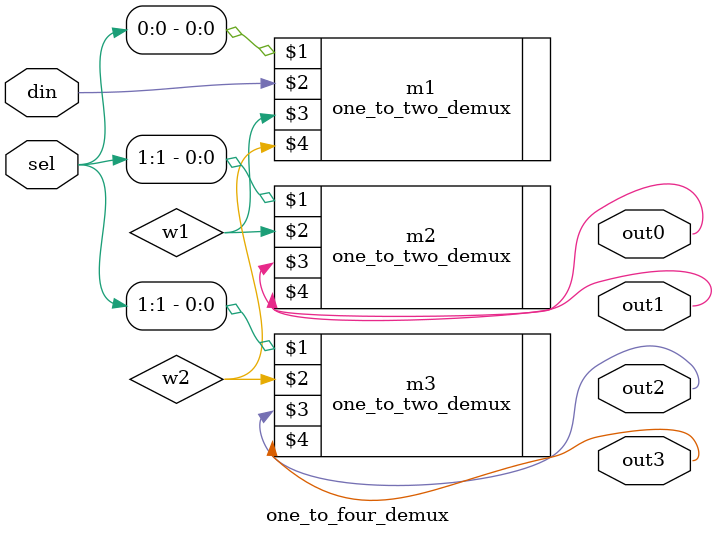
<source format=v>
`include "one_to_two_demux.v"
module one_to_four_demux(
input din,
input [1:0]sel,
output out0,out1,out2,out3);

wire w1,w2;
one_to_two_demux m1(sel[0],din,w1,w2);
one_to_two_demux m2(sel[1],w1,out0,out1);
one_to_two_demux m3(sel[1],w2,out2,out3);

endmodule


</source>
